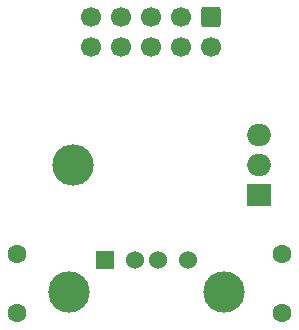
<source format=gbr>
%TF.GenerationSoftware,KiCad,Pcbnew,8.0.5*%
%TF.CreationDate,2024-12-20T11:39:28+13:00*%
%TF.ProjectId,eurorack_to_usb_7805,6575726f-7261-4636-9b5f-746f5f757362,rev?*%
%TF.SameCoordinates,Original*%
%TF.FileFunction,Soldermask,Bot*%
%TF.FilePolarity,Negative*%
%FSLAX46Y46*%
G04 Gerber Fmt 4.6, Leading zero omitted, Abs format (unit mm)*
G04 Created by KiCad (PCBNEW 8.0.5) date 2024-12-20 11:39:28*
%MOMM*%
%LPD*%
G01*
G04 APERTURE LIST*
G04 Aperture macros list*
%AMRoundRect*
0 Rectangle with rounded corners*
0 $1 Rounding radius*
0 $2 $3 $4 $5 $6 $7 $8 $9 X,Y pos of 4 corners*
0 Add a 4 corners polygon primitive as box body*
4,1,4,$2,$3,$4,$5,$6,$7,$8,$9,$2,$3,0*
0 Add four circle primitives for the rounded corners*
1,1,$1+$1,$2,$3*
1,1,$1+$1,$4,$5*
1,1,$1+$1,$6,$7*
1,1,$1+$1,$8,$9*
0 Add four rect primitives between the rounded corners*
20,1,$1+$1,$2,$3,$4,$5,0*
20,1,$1+$1,$4,$5,$6,$7,0*
20,1,$1+$1,$6,$7,$8,$9,0*
20,1,$1+$1,$8,$9,$2,$3,0*%
G04 Aperture macros list end*
%ADD10R,1.524000X1.524000*%
%ADD11C,1.524000*%
%ADD12C,3.500000*%
%ADD13C,1.600000*%
%ADD14RoundRect,0.250000X-0.600000X0.600000X-0.600000X-0.600000X0.600000X-0.600000X0.600000X0.600000X0*%
%ADD15C,1.700000*%
%ADD16O,3.500000X3.500000*%
%ADD17R,2.000000X1.905000*%
%ADD18O,2.000000X1.905000*%
G04 APERTURE END LIST*
D10*
%TO.C,J2*%
X145000000Y-100500000D03*
D11*
X147500000Y-100500000D03*
X149500000Y-100500000D03*
X152000000Y-100500000D03*
D12*
X141930000Y-103210000D03*
X155070000Y-103210000D03*
%TD*%
D13*
%TO.C,C1*%
X160000000Y-100000000D03*
X160000000Y-105000000D03*
%TD*%
D14*
%TO.C,J1*%
X154000000Y-80000000D03*
D15*
X154000000Y-82540000D03*
X151460000Y-80000000D03*
X151460000Y-82540000D03*
X148920000Y-80000000D03*
X148920000Y-82540000D03*
X146380000Y-80000000D03*
X146380000Y-82540000D03*
X143840000Y-80000000D03*
X143840000Y-82540000D03*
%TD*%
D16*
%TO.C,U1*%
X142250000Y-92500000D03*
D17*
X158050000Y-95040000D03*
D18*
X158050000Y-92500000D03*
X158050000Y-89960000D03*
%TD*%
D13*
%TO.C,C2*%
X137500000Y-100000000D03*
X137500000Y-105000000D03*
%TD*%
M02*

</source>
